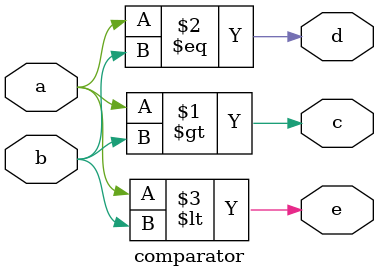
<source format=v>
`timescale 1ns / 1ps
module comparator(input a,b, output c,d,e);
assign c = (a>b);
assign d = (a==b);
assign e = (a<b);
endmodule

</source>
